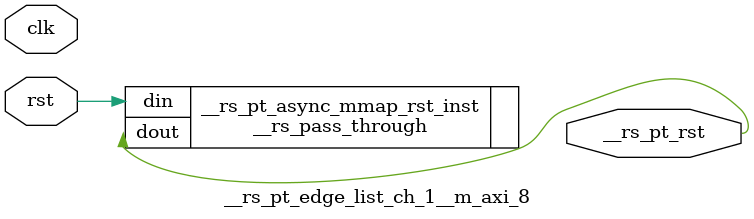
<source format=v>
`timescale 1 ns / 1 ps
/**   Generated by RapidStream   **/
module __rs_pt_edge_list_ch_1__m_axi_8 #(
    parameter BufferSize         = 32,
    parameter BufferSizeLog      = 5,
    parameter AddrWidth          = 64,
    parameter AxiSideAddrWidth   = 64,
    parameter DataWidth          = 512,
    parameter DataWidthBytesLog  = 6,
    parameter WaitTimeWidth      = 4,
    parameter BurstLenWidth      = 8,
    parameter EnableReadChannel  = 1,
    parameter EnableWriteChannel = 1,
    parameter MaxWaitTime        = 3,
    parameter MaxBurstLen        = 15
) (
    output wire __rs_pt_rst,
    input wire  clk,
    input wire  rst
);




__rs_pass_through #(
    .WIDTH (1)
) __rs_pt_async_mmap_rst_inst /**   Generated by RapidStream   **/ (
    .din  (rst),
    .dout (__rs_pt_rst)
);

endmodule  // __rs_pt_edge_list_ch_1__m_axi_8
</source>
